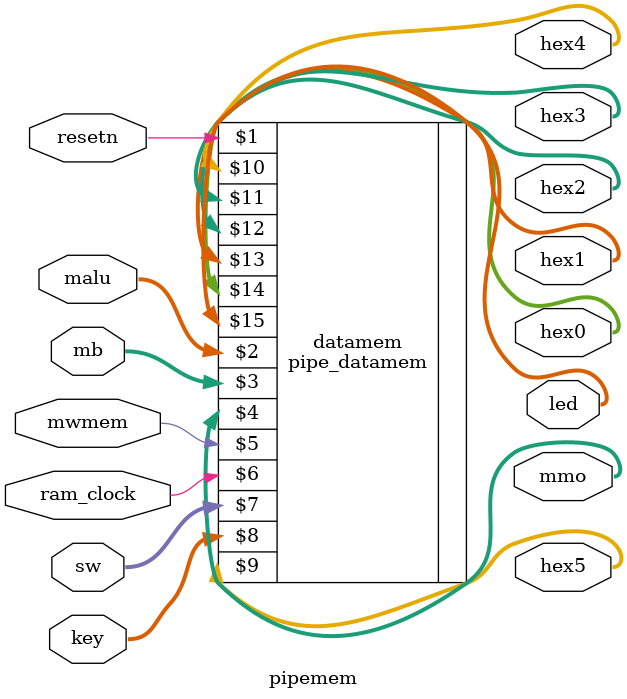
<source format=v>
module pipemem(mwmem, malu, mb, ram_clock, resetn, 
	mmo, sw, key, hex5, hex4, hex3, hex2, hex1, hex0, led);
	input         mwmem, ram_clock, resetn;
	input  [31:0] malu, mb;
	input  [9:0]  sw;
	input  [3:1]  key;
	output [31:0] mmo;
	output [6:0]  hex5, hex4, hex3, hex2, hex1, hex0;
	output [9:0]  led;

	pipe_datamem datamem(resetn, malu, mb, mmo, mwmem, ram_clock,
								sw, key, hex5, hex4, hex3, hex2, hex1, hex0, led);
endmodule 
</source>
